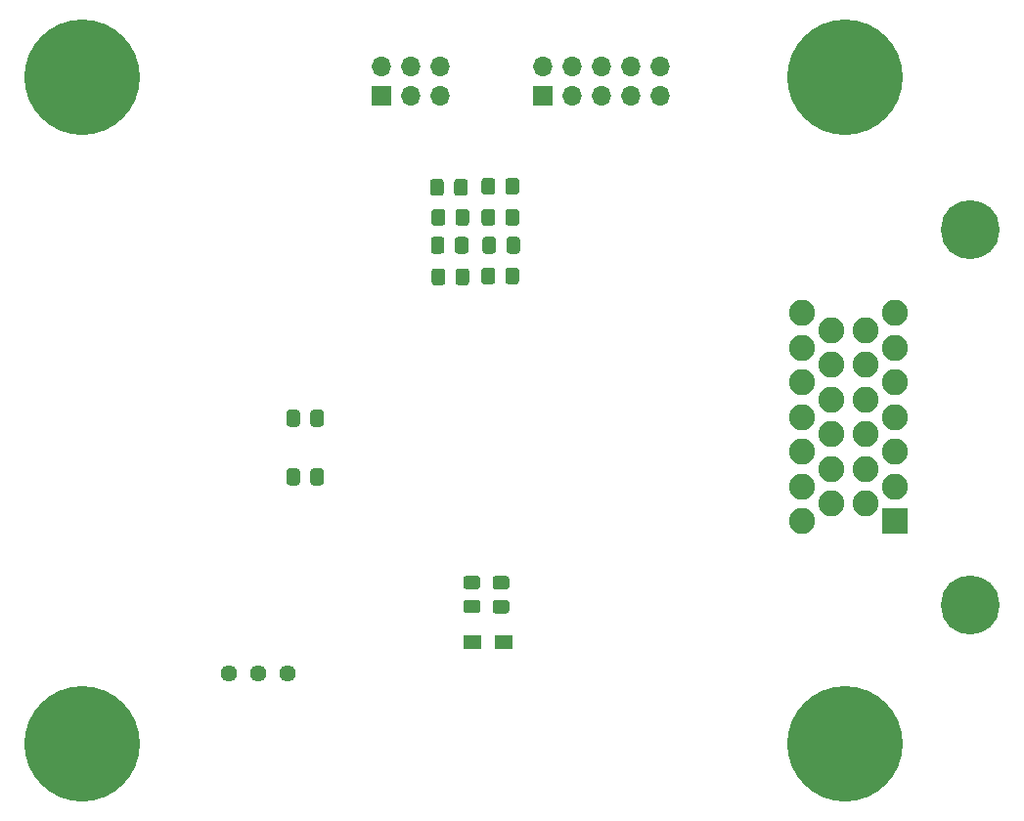
<source format=gbs>
G04 #@! TF.GenerationSoftware,KiCad,Pcbnew,(5.1.12)-1*
G04 #@! TF.CreationDate,2022-07-24T10:45:22+02:00*
G04 #@! TF.ProjectId,telemetria tyl,74656c65-6d65-4747-9269-612074796c2e,rev?*
G04 #@! TF.SameCoordinates,Original*
G04 #@! TF.FileFunction,Soldermask,Bot*
G04 #@! TF.FilePolarity,Negative*
%FSLAX46Y46*%
G04 Gerber Fmt 4.6, Leading zero omitted, Abs format (unit mm)*
G04 Created by KiCad (PCBNEW (5.1.12)-1) date 2022-07-24 10:45:22*
%MOMM*%
%LPD*%
G01*
G04 APERTURE LIST*
%ADD10R,2.250000X2.250000*%
%ADD11C,2.250000*%
%ADD12C,5.100000*%
%ADD13C,10.000000*%
%ADD14C,0.900000*%
%ADD15R,1.700000X1.700000*%
%ADD16O,1.700000X1.700000*%
%ADD17R,1.500000X1.200000*%
%ADD18C,1.440000*%
G04 APERTURE END LIST*
D10*
X209550000Y-127000000D03*
D11*
X209550000Y-124000000D03*
X209550000Y-121000000D03*
X209550000Y-118000000D03*
X209550000Y-115000000D03*
X209550000Y-112000000D03*
X209550000Y-109000000D03*
X207050000Y-110500000D03*
X207050000Y-113500000D03*
X207050000Y-116500000D03*
X207050000Y-119500000D03*
X207050000Y-122500000D03*
X207050000Y-125500000D03*
X204050000Y-125500000D03*
X204050000Y-122500000D03*
X204050000Y-119500000D03*
X204050000Y-116500000D03*
X204050000Y-113500000D03*
X204050000Y-110500000D03*
X201550000Y-109000000D03*
X201550000Y-112000000D03*
X201550000Y-115000000D03*
X201550000Y-118000000D03*
X201550000Y-121000000D03*
X201550000Y-124000000D03*
X201550000Y-127000000D03*
D12*
X216050000Y-134250000D03*
X216050000Y-101750000D03*
G36*
G01*
X175912800Y-132950800D02*
X174962800Y-132950800D01*
G75*
G02*
X174712800Y-132700800I0J250000D01*
G01*
X174712800Y-132025800D01*
G75*
G02*
X174962800Y-131775800I250000J0D01*
G01*
X175912800Y-131775800D01*
G75*
G02*
X176162800Y-132025800I0J-250000D01*
G01*
X176162800Y-132700800D01*
G75*
G02*
X175912800Y-132950800I-250000J0D01*
G01*
G37*
G36*
G01*
X175912800Y-135025800D02*
X174962800Y-135025800D01*
G75*
G02*
X174712800Y-134775800I0J250000D01*
G01*
X174712800Y-134100800D01*
G75*
G02*
X174962800Y-133850800I250000J0D01*
G01*
X175912800Y-133850800D01*
G75*
G02*
X176162800Y-134100800I0J-250000D01*
G01*
X176162800Y-134775800D01*
G75*
G02*
X175912800Y-135025800I-250000J0D01*
G01*
G37*
G36*
G01*
X173398200Y-135000400D02*
X172448200Y-135000400D01*
G75*
G02*
X172198200Y-134750400I0J250000D01*
G01*
X172198200Y-134075400D01*
G75*
G02*
X172448200Y-133825400I250000J0D01*
G01*
X173398200Y-133825400D01*
G75*
G02*
X173648200Y-134075400I0J-250000D01*
G01*
X173648200Y-134750400D01*
G75*
G02*
X173398200Y-135000400I-250000J0D01*
G01*
G37*
G36*
G01*
X173398200Y-132925400D02*
X172448200Y-132925400D01*
G75*
G02*
X172198200Y-132675400I0J250000D01*
G01*
X172198200Y-132000400D01*
G75*
G02*
X172448200Y-131750400I250000J0D01*
G01*
X173398200Y-131750400D01*
G75*
G02*
X173648200Y-132000400I0J-250000D01*
G01*
X173648200Y-132675400D01*
G75*
G02*
X173398200Y-132925400I-250000J0D01*
G01*
G37*
G36*
G01*
X156871000Y-123665000D02*
X156871000Y-122715000D01*
G75*
G02*
X157121000Y-122465000I250000J0D01*
G01*
X157796000Y-122465000D01*
G75*
G02*
X158046000Y-122715000I0J-250000D01*
G01*
X158046000Y-123665000D01*
G75*
G02*
X157796000Y-123915000I-250000J0D01*
G01*
X157121000Y-123915000D01*
G75*
G02*
X156871000Y-123665000I0J250000D01*
G01*
G37*
G36*
G01*
X158946000Y-123665000D02*
X158946000Y-122715000D01*
G75*
G02*
X159196000Y-122465000I250000J0D01*
G01*
X159871000Y-122465000D01*
G75*
G02*
X160121000Y-122715000I0J-250000D01*
G01*
X160121000Y-123665000D01*
G75*
G02*
X159871000Y-123915000I-250000J0D01*
G01*
X159196000Y-123915000D01*
G75*
G02*
X158946000Y-123665000I0J250000D01*
G01*
G37*
G36*
G01*
X158946000Y-118585000D02*
X158946000Y-117635000D01*
G75*
G02*
X159196000Y-117385000I250000J0D01*
G01*
X159871000Y-117385000D01*
G75*
G02*
X160121000Y-117635000I0J-250000D01*
G01*
X160121000Y-118585000D01*
G75*
G02*
X159871000Y-118835000I-250000J0D01*
G01*
X159196000Y-118835000D01*
G75*
G02*
X158946000Y-118585000I0J250000D01*
G01*
G37*
G36*
G01*
X156871000Y-118585000D02*
X156871000Y-117635000D01*
G75*
G02*
X157121000Y-117385000I250000J0D01*
G01*
X157796000Y-117385000D01*
G75*
G02*
X158046000Y-117635000I0J-250000D01*
G01*
X158046000Y-118585000D01*
G75*
G02*
X157796000Y-118835000I-250000J0D01*
G01*
X157121000Y-118835000D01*
G75*
G02*
X156871000Y-118585000I0J250000D01*
G01*
G37*
G36*
G01*
X175840501Y-101186000D02*
X175840501Y-100236000D01*
G75*
G02*
X176090501Y-99986000I250000J0D01*
G01*
X176765501Y-99986000D01*
G75*
G02*
X177015501Y-100236000I0J-250000D01*
G01*
X177015501Y-101186000D01*
G75*
G02*
X176765501Y-101436000I-250000J0D01*
G01*
X176090501Y-101436000D01*
G75*
G02*
X175840501Y-101186000I0J250000D01*
G01*
G37*
G36*
G01*
X173765501Y-101186000D02*
X173765501Y-100236000D01*
G75*
G02*
X174015501Y-99986000I250000J0D01*
G01*
X174690501Y-99986000D01*
G75*
G02*
X174940501Y-100236000I0J-250000D01*
G01*
X174940501Y-101186000D01*
G75*
G02*
X174690501Y-101436000I-250000J0D01*
G01*
X174015501Y-101436000D01*
G75*
G02*
X173765501Y-101186000I0J250000D01*
G01*
G37*
G36*
G01*
X172630500Y-102649000D02*
X172630500Y-103599000D01*
G75*
G02*
X172380500Y-103849000I-250000J0D01*
G01*
X171705500Y-103849000D01*
G75*
G02*
X171455500Y-103599000I0J250000D01*
G01*
X171455500Y-102649000D01*
G75*
G02*
X171705500Y-102399000I250000J0D01*
G01*
X172380500Y-102399000D01*
G75*
G02*
X172630500Y-102649000I0J-250000D01*
G01*
G37*
G36*
G01*
X170555500Y-102649000D02*
X170555500Y-103599000D01*
G75*
G02*
X170305500Y-103849000I-250000J0D01*
G01*
X169630500Y-103849000D01*
G75*
G02*
X169380500Y-103599000I0J250000D01*
G01*
X169380500Y-102649000D01*
G75*
G02*
X169630500Y-102399000I250000J0D01*
G01*
X170305500Y-102399000D01*
G75*
G02*
X170555500Y-102649000I0J-250000D01*
G01*
G37*
G36*
G01*
X173765501Y-98489999D02*
X173765501Y-97539999D01*
G75*
G02*
X174015501Y-97289999I250000J0D01*
G01*
X174690501Y-97289999D01*
G75*
G02*
X174940501Y-97539999I0J-250000D01*
G01*
X174940501Y-98489999D01*
G75*
G02*
X174690501Y-98739999I-250000J0D01*
G01*
X174015501Y-98739999D01*
G75*
G02*
X173765501Y-98489999I0J250000D01*
G01*
G37*
G36*
G01*
X175840501Y-98489999D02*
X175840501Y-97539999D01*
G75*
G02*
X176090501Y-97289999I250000J0D01*
G01*
X176765501Y-97289999D01*
G75*
G02*
X177015501Y-97539999I0J-250000D01*
G01*
X177015501Y-98489999D01*
G75*
G02*
X176765501Y-98739999I-250000J0D01*
G01*
X176090501Y-98739999D01*
G75*
G02*
X175840501Y-98489999I0J250000D01*
G01*
G37*
G36*
G01*
X172567000Y-97632500D02*
X172567000Y-98582500D01*
G75*
G02*
X172317000Y-98832500I-250000J0D01*
G01*
X171642000Y-98832500D01*
G75*
G02*
X171392000Y-98582500I0J250000D01*
G01*
X171392000Y-97632500D01*
G75*
G02*
X171642000Y-97382500I250000J0D01*
G01*
X172317000Y-97382500D01*
G75*
G02*
X172567000Y-97632500I0J-250000D01*
G01*
G37*
G36*
G01*
X170492000Y-97632500D02*
X170492000Y-98582500D01*
G75*
G02*
X170242000Y-98832500I-250000J0D01*
G01*
X169567000Y-98832500D01*
G75*
G02*
X169317000Y-98582500I0J250000D01*
G01*
X169317000Y-97632500D01*
G75*
G02*
X169567000Y-97382500I250000J0D01*
G01*
X170242000Y-97382500D01*
G75*
G02*
X170492000Y-97632500I0J-250000D01*
G01*
G37*
G36*
G01*
X175837000Y-106266000D02*
X175837000Y-105316000D01*
G75*
G02*
X176087000Y-105066000I250000J0D01*
G01*
X176762000Y-105066000D01*
G75*
G02*
X177012000Y-105316000I0J-250000D01*
G01*
X177012000Y-106266000D01*
G75*
G02*
X176762000Y-106516000I-250000J0D01*
G01*
X176087000Y-106516000D01*
G75*
G02*
X175837000Y-106266000I0J250000D01*
G01*
G37*
G36*
G01*
X173762000Y-106266000D02*
X173762000Y-105316000D01*
G75*
G02*
X174012000Y-105066000I250000J0D01*
G01*
X174687000Y-105066000D01*
G75*
G02*
X174937000Y-105316000I0J-250000D01*
G01*
X174937000Y-106266000D01*
G75*
G02*
X174687000Y-106516000I-250000J0D01*
G01*
X174012000Y-106516000D01*
G75*
G02*
X173762000Y-106266000I0J250000D01*
G01*
G37*
G36*
G01*
X173847000Y-103599000D02*
X173847000Y-102649000D01*
G75*
G02*
X174097000Y-102399000I250000J0D01*
G01*
X174772000Y-102399000D01*
G75*
G02*
X175022000Y-102649000I0J-250000D01*
G01*
X175022000Y-103599000D01*
G75*
G02*
X174772000Y-103849000I-250000J0D01*
G01*
X174097000Y-103849000D01*
G75*
G02*
X173847000Y-103599000I0J250000D01*
G01*
G37*
G36*
G01*
X175922000Y-103599000D02*
X175922000Y-102649000D01*
G75*
G02*
X176172000Y-102399000I250000J0D01*
G01*
X176847000Y-102399000D01*
G75*
G02*
X177097000Y-102649000I0J-250000D01*
G01*
X177097000Y-103599000D01*
G75*
G02*
X176847000Y-103849000I-250000J0D01*
G01*
X176172000Y-103849000D01*
G75*
G02*
X175922000Y-103599000I0J250000D01*
G01*
G37*
G36*
G01*
X170619000Y-100236000D02*
X170619000Y-101186000D01*
G75*
G02*
X170369000Y-101436000I-250000J0D01*
G01*
X169694000Y-101436000D01*
G75*
G02*
X169444000Y-101186000I0J250000D01*
G01*
X169444000Y-100236000D01*
G75*
G02*
X169694000Y-99986000I250000J0D01*
G01*
X170369000Y-99986000D01*
G75*
G02*
X170619000Y-100236000I0J-250000D01*
G01*
G37*
G36*
G01*
X172694000Y-100236000D02*
X172694000Y-101186000D01*
G75*
G02*
X172444000Y-101436000I-250000J0D01*
G01*
X171769000Y-101436000D01*
G75*
G02*
X171519000Y-101186000I0J250000D01*
G01*
X171519000Y-100236000D01*
G75*
G02*
X171769000Y-99986000I250000J0D01*
G01*
X172444000Y-99986000D01*
G75*
G02*
X172694000Y-100236000I0J-250000D01*
G01*
G37*
G36*
G01*
X172694001Y-105387499D02*
X172694001Y-106337499D01*
G75*
G02*
X172444001Y-106587499I-250000J0D01*
G01*
X171769001Y-106587499D01*
G75*
G02*
X171519001Y-106337499I0J250000D01*
G01*
X171519001Y-105387499D01*
G75*
G02*
X171769001Y-105137499I250000J0D01*
G01*
X172444001Y-105137499D01*
G75*
G02*
X172694001Y-105387499I0J-250000D01*
G01*
G37*
G36*
G01*
X170619001Y-105387499D02*
X170619001Y-106337499D01*
G75*
G02*
X170369001Y-106587499I-250000J0D01*
G01*
X169694001Y-106587499D01*
G75*
G02*
X169444001Y-106337499I0J250000D01*
G01*
X169444001Y-105387499D01*
G75*
G02*
X169694001Y-105137499I250000J0D01*
G01*
X170369001Y-105137499D01*
G75*
G02*
X170619001Y-105387499I0J-250000D01*
G01*
G37*
D13*
X205232000Y-146304000D03*
D14*
X208982000Y-146304000D03*
X207883650Y-148955650D03*
X205232000Y-150054000D03*
X202580350Y-148955650D03*
X201482000Y-146304000D03*
X202580350Y-143652350D03*
X205232000Y-142554000D03*
X207883650Y-143652350D03*
X141843650Y-85930850D03*
X139192000Y-84832500D03*
X136540350Y-85930850D03*
X135442000Y-88582500D03*
X136540350Y-91234150D03*
X139192000Y-92332500D03*
X141843650Y-91234150D03*
X142942000Y-88582500D03*
D13*
X139192000Y-88582500D03*
X205232000Y-88582500D03*
D14*
X208982000Y-88582500D03*
X207883650Y-91234150D03*
X205232000Y-92332500D03*
X202580350Y-91234150D03*
X201482000Y-88582500D03*
X202580350Y-85930850D03*
X205232000Y-84832500D03*
X207883650Y-85930850D03*
D15*
X179070000Y-90170000D03*
D16*
X179070000Y-87630000D03*
X181610000Y-90170000D03*
X181610000Y-87630000D03*
X184150000Y-90170000D03*
X184150000Y-87630000D03*
X186690000Y-90170000D03*
X186690000Y-87630000D03*
X189230000Y-90170000D03*
X189230000Y-87630000D03*
D15*
X165100000Y-90170000D03*
D16*
X165100000Y-87630000D03*
X167640000Y-90170000D03*
X167640000Y-87630000D03*
X170180000Y-90170000D03*
X170180000Y-87630000D03*
D17*
X172995600Y-137464800D03*
X175695600Y-137464800D03*
D18*
X151853900Y-140246100D03*
X154393900Y-140246100D03*
X156933900Y-140246100D03*
D13*
X139192000Y-146304000D03*
D14*
X142942000Y-146304000D03*
X141843650Y-148955650D03*
X139192000Y-150054000D03*
X136540350Y-148955650D03*
X135442000Y-146304000D03*
X136540350Y-143652350D03*
X139192000Y-142554000D03*
X141843650Y-143652350D03*
M02*

</source>
